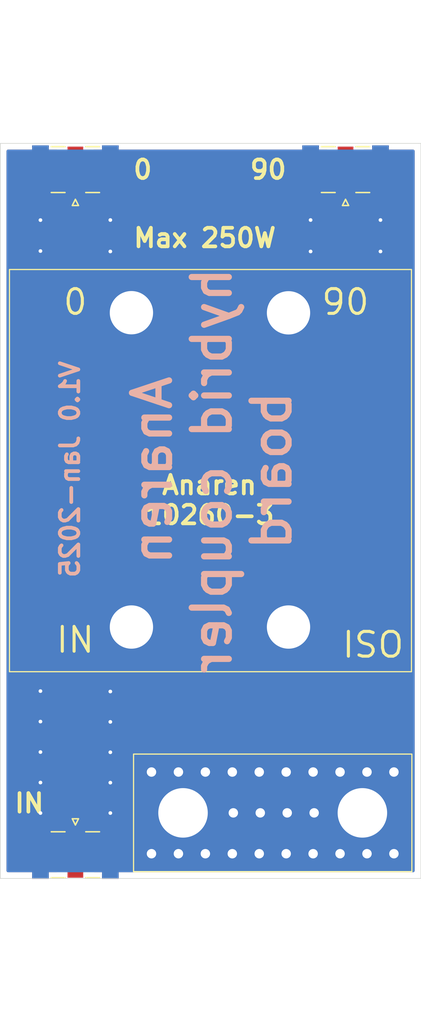
<source format=kicad_pcb>
(kicad_pcb (version 20240108) (generator "pcbnew") (generator_version "8.0")
  (layers (0 "F.Cu" signal) (31 "B.Cu" signal) (34 "B.Paste" user) (35 "F.Paste" user) (36 "B.SilkS" user "B.Silkscreen") (37 "F.SilkS" user "F.Silkscreen") (38 "B.Mask" user) (39 "F.Mask" user) (44 "Edge.Cuts" user))
  (net 0 "")
  (net 1 "GND")
  (net 2 "Net-(J0-In)")
  (net 3 "Net-(J90-In)")
  (net 4 "Net-(JIn1-In)")
  (net 5 "Net-(U1-ISO)")
  (footprint "Footprints:Anaren 10260-3" (layer "F.Cu") (at 148.7 101.6925)
    (property "Reference" "U1" (hide yes))
    (property "Value" "~" (hide yes))
    (fp_rect (start -17.16 -16.5) (end 15.34 16) (stroke (width 0.1)) (fill none) (layer "F.SilkS"))
    (fp_text user "IN" (at -13.528809 14.6 0) (layer "F.SilkS") (effects (font (size 2 2) (thickness 0.25)) (justify left bottom)))
    (fp_text user "0" (at -12.957381 -12.7 0) (layer "F.SilkS") (effects (font (size 2 2) (thickness 0.25)) (justify left bottom)))
    (fp_text user "ISO" (at 9.6 15 0) (layer "F.SilkS") (effects (font (size 2 2) (thickness 0.25)) (justify left bottom)))
    (fp_text user "90" (at 7.930238 -12.7 0) (layer "F.SilkS") (effects (font (size 2 2) (thickness 0.25)) (justify left bottom)))
    (pad "1" smd rect (at -11.86 -19 270) (size 3 3) (layers "F.Cu" "F.Paste" "F.Mask") (net 2 "Net-(J0-In)"))
    (pad "2" smd rect (at 9.96 -19 270) (size 3 3) (layers "F.Cu" "F.Paste" "F.Mask") (net 3 "Net-(J90-In)"))
    (pad "3" smd rect (at -11.86 18.5 270) (size 3 3) (layers "F.Cu" "F.Paste" "F.Mask") (net 4 "Net-(JIn1-In)"))
    (pad "4" smd rect (at 10 18.5 270) (size 3 3) (layers "F.Cu" "F.Paste" "F.Mask") (net 5 "Net-(U1-ISO)"))
    (pad "5" thru_hole circle (at -7.3 -13.01) (size 5 5) (drill 3.5) (layers "*.Cu" "*.Mask") (net 1 "GND"))
    (pad "5" thru_hole circle (at -7.3 12.39) (size 5 5) (drill 3.5) (layers "*.Cu" "*.Mask") (net 1 "GND"))
    (pad "5" thru_hole circle (at 5.4 -13) (size 5 5) (drill 3.5) (layers "*.Cu" "*.Mask") (net 1 "GND"))
    (pad "5" thru_hole circle (at 5.4 12.39) (size 5 5) (drill 3.5) (layers "*.Cu" "*.Mask") (net 1 "GND"))
  )
  (footprint "Connector_Coaxial:SMA_Samtec_SMA-J-P-X-ST-EM1_EdgeMount" (layer "F.Cu") (at 136.87 132.3375)
    (property "Reference" "JIn1" (hide yes))
    (property "Value" "~")
    (fp_line (start -1.95 -1.71) (end -0.84 -1.71) (stroke (width 0.12)) (layer "F.SilkS"))
    (fp_line (start -1.95 2) (end -0.84 2) (stroke (width 0.12)) (layer "F.SilkS"))
    (fp_line (start -0.25 -2.76) (end 0 -2.26) (stroke (width 0.12)) (layer "F.SilkS"))
    (fp_line (start 0 -2.26) (end 0.25 -2.76) (stroke (width 0.12)) (layer "F.SilkS"))
    (fp_line (start 0.25 -2.76) (end -0.25 -2.76) (stroke (width 0.12)) (layer "F.SilkS"))
    (fp_line (start 0.84 -1.71) (end 1.95 -1.71) (stroke (width 0.12)) (layer "F.SilkS"))
    (fp_line (start 0.84 2) (end 1.95 2) (stroke (width 0.12)) (layer "F.SilkS"))
    (pad "1" smd rect (at 0 0.2) (size 1.27 3.6) (layers "F.Cu" "F.Paste" "F.Mask") (net 4 "Net-(JIn1-In)"))
    (pad "2" smd rect (at -2.825 0) (size 1.35 4.2) (layers "F.Cu" "F.Paste" "F.Mask") (net 1 "GND"))
    (pad "2" smd rect (at -2.825 0) (size 1.35 4.2) (layers "B.Cu" "B.Paste" "B.Mask") (net 1 "GND"))
    (pad "2" smd rect (at 2.825 0) (size 1.35 4.2) (layers "F.Cu" "F.Paste" "F.Mask") (net 1 "GND"))
    (pad "2" smd rect (at 2.825 0) (size 1.35 4.2) (layers "B.Cu" "B.Paste" "B.Mask") (net 1 "GND"))
  )
  (footprint "Footprints:G150N" (layer "F.Cu") (at 152.822223 129.65)
    (property "Reference" "R1" (hide yes))
    (property "Value" "G150N" (hide yes))
    (fp_rect (start -11.25 -5.3) (end 11.25 4.2) (stroke (width 0.1)) (fill none) (layer "F.SilkS"))
    (pad "1" smd rect (at 0 -8 270) (size 3 3) (layers "F.Cu" "F.Paste" "F.Mask") (net 5 "Net-(U1-ISO)"))
    (pad "2" thru_hole circle (at -9.8 -3.85) (size 1.524 1.524) (drill 0.762) (layers "*.Cu" "*.Mask") (net 1 "GND"))
    (pad "2" thru_hole circle (at -9.8 2.75) (size 1.524 1.524) (drill 0.762) (layers "*.Cu" "*.Mask") (net 1 "GND"))
    (pad "2" thru_hole circle (at -7.622223 -3.85) (size 1.524 1.524) (drill 0.762) (layers "*.Cu" "*.Mask") (net 1 "GND"))
    (pad "2" thru_hole circle (at -7.622223 2.75) (size 1.524 1.524) (drill 0.762) (layers "*.Cu" "*.Mask") (net 1 "GND"))
    (pad "2" thru_hole circle (at -7.25 -0.55 270) (size 5 5) (drill 4) (layers "*.Cu" "*.Mask") (net 1 "GND"))
    (pad "2" thru_hole circle (at -5.444446 -3.85) (size 1.524 1.524) (drill 0.762) (layers "*.Cu" "*.Mask") (net 1 "GND"))
    (pad "2" thru_hole circle (at -5.444446 2.75) (size 1.524 1.524) (drill 0.762) (layers "*.Cu" "*.Mask") (net 1 "GND"))
    (pad "2" thru_hole circle (at -3.266669 -3.85) (size 1.524 1.524) (drill 0.762) (layers "*.Cu" "*.Mask") (net 1 "GND"))
    (pad "2" thru_hole circle (at -3.266669 2.75) (size 1.524 1.524) (drill 0.762) (layers "*.Cu" "*.Mask") (net 1 "GND"))
    (pad "2" thru_hole circle (at -3.183331 -0.55) (size 1.524 1.524) (drill 0.762) (layers "*.Cu" "*.Mask") (net 1 "GND"))
    (pad "2" thru_hole circle (at -1.088892 -3.85) (size 1.524 1.524) (drill 0.762) (layers "*.Cu" "*.Mask") (net 1 "GND"))
    (pad "2" thru_hole circle (at -1.088892 2.75) (size 1.524 1.524) (drill 0.762) (layers "*.Cu" "*.Mask") (net 1 "GND"))
    (pad "2" thru_hole circle (at -1.005554 -0.55) (size 1.524 1.524) (drill 0.762) (layers "*.Cu" "*.Mask") (net 1 "GND"))
    (pad "2" smd rect (at 0 -0.3 270) (size 8.9 22.249996) (layers "F.Cu" "F.Mask") (net 1 "GND"))
    (pad "2" smd rect (at 0 -0.3 270) (size 8.9 22.249996) (layers "B.Cu" "B.Mask") (net 1 "GND"))
    (pad "2" thru_hole circle (at 1.088885 -3.85) (size 1.524 1.524) (drill 0.762) (layers "*.Cu" "*.Mask") (net 1 "GND"))
    (pad "2" thru_hole circle (at 1.088885 2.75) (size 1.524 1.524) (drill 0.762) (layers "*.Cu" "*.Mask") (net 1 "GND"))
    (pad "2" thru_hole circle (at 1.172223 -0.55) (size 1.524 1.524) (drill 0.762) (layers "*.Cu" "*.Mask") (net 1 "GND"))
    (pad "2" thru_hole circle (at 3.266662 -3.85) (size 1.524 1.524) (drill 0.762) (layers "*.Cu" "*.Mask") (net 1 "GND"))
    (pad "2" thru_hole circle (at 3.266662 2.75) (size 1.524 1.524) (drill 0.762) (layers "*.Cu" "*.Mask") (net 1 "GND"))
    (pad "2" thru_hole circle (at 3.35 -0.55) (size 1.524 1.524) (drill 0.762) (layers "*.Cu" "*.Mask") (net 1 "GND"))
    (pad "2" thru_hole circle (at 5.444439 -3.85) (size 1.524 1.524) (drill 0.762) (layers "*.Cu" "*.Mask") (net 1 "GND"))
    (pad "2" thru_hole circle (at 5.444439 2.75) (size 1.524 1.524) (drill 0.762) (layers "*.Cu" "*.Mask") (net 1 "GND"))
    (pad "2" thru_hole circle (at 7.25 -0.55 270) (size 5 5) (drill 4) (layers "*.Cu" "*.Mask") (net 1 "GND"))
    (pad "2" thru_hole circle (at 7.622216 -3.85) (size 1.524 1.524) (drill 0.762) (layers "*.Cu" "*.Mask") (net 1 "GND"))
    (pad "2" thru_hole circle (at 7.622216 2.75) (size 1.524 1.524) (drill 0.762) (layers "*.Cu" "*.Mask") (net 1 "GND"))
    (pad "2" thru_hole circle (at 9.8 -3.85) (size 1.524 1.524) (drill 0.762) (layers "*.Cu" "*.Mask") (net 1 "GND"))
    (pad "2" thru_hole circle (at 9.8 2.75) (size 1.524 1.524) (drill 0.762) (layers "*.Cu" "*.Mask") (net 1 "GND"))
  )
  (footprint "Connector_Coaxial:SMA_Samtec_SMA-J-P-X-ST-EM1_EdgeMount" (layer "F.Cu") (at 158.71 77.2625 180)
    (property "Reference" "J90" (hide yes))
    (property "Value" "~")
    (fp_line (start 0.84 2) (end 1.95 2) (stroke (width 0.12)) (layer "F.SilkS"))
    (fp_line (start 0.84 -1.71) (end 1.95 -1.71) (stroke (width 0.12)) (layer "F.SilkS"))
    (fp_line (start 0.25 -2.76) (end -0.25 -2.76) (stroke (width 0.12)) (layer "F.SilkS"))
    (fp_line (start 0 -2.26) (end 0.25 -2.76) (stroke (width 0.12)) (layer "F.SilkS"))
    (fp_line (start -0.25 -2.76) (end 0 -2.26) (stroke (width 0.12)) (layer "F.SilkS"))
    (fp_line (start -1.95 2) (end -0.84 2) (stroke (width 0.12)) (layer "F.SilkS"))
    (fp_line (start -1.95 -1.71) (end -0.84 -1.71) (stroke (width 0.12)) (layer "F.SilkS"))
    (pad "1" smd rect (at 0 0.2 180) (size 1.27 3.6) (layers "F.Cu" "F.Paste" "F.Mask") (net 3 "Net-(J90-In)"))
    (pad "2" smd rect (at -2.825 0 180) (size 1.35 4.2) (layers "F.Cu" "F.Paste" "F.Mask") (net 1 "GND"))
    (pad "2" smd rect (at -2.825 0 180) (size 1.35 4.2) (layers "B.Cu" "B.Paste" "B.Mask") (net 1 "GND"))
    (pad "2" smd rect (at 2.825 0 180) (size 1.35 4.2) (layers "F.Cu" "F.Paste" "F.Mask") (net 1 "GND"))
    (pad "2" smd rect (at 2.825 0 180) (size 1.35 4.2) (layers "B.Cu" "B.Paste" "B.Mask") (net 1 "GND"))
  )
  (footprint "Connector_Coaxial:SMA_Samtec_SMA-J-P-X-ST-EM1_EdgeMount" (layer "F.Cu") (at 136.87 77.2625 180)
    (property "Reference" "J0" (hide yes))
    (property "Value" "~")
    (fp_line (start 0.84 2) (end 1.95 2) (stroke (width 0.12)) (layer "F.SilkS"))
    (fp_line (start 0.84 -1.71) (end 1.95 -1.71) (stroke (width 0.12)) (layer "F.SilkS"))
    (fp_line (start 0.25 -2.76) (end -0.25 -2.76) (stroke (width 0.12)) (layer "F.SilkS"))
    (fp_line (start 0 -2.26) (end 0.25 -2.76) (stroke (width 0.12)) (layer "F.SilkS"))
    (fp_line (start -0.25 -2.76) (end 0 -2.26) (stroke (width 0.12)) (layer "F.SilkS"))
    (fp_line (start -1.95 2) (end -0.84 2) (stroke (width 0.12)) (layer "F.SilkS"))
    (fp_line (start -1.95 -1.71) (end -0.84 -1.71) (stroke (width 0.12)) (layer "F.SilkS"))
    (pad "1" smd rect (at 0 0.2 180) (size 1.27 3.6) (layers "F.Cu" "F.Paste" "F.Mask") (net 2 "Net-(J0-In)"))
    (pad "2" smd rect (at -2.825 0 180) (size 1.35 4.2) (layers "F.Cu" "F.Paste" "F.Mask") (net 1 "GND"))
    (pad "2" smd rect (at -2.825 0 180) (size 1.35 4.2) (layers "B.Cu" "B.Paste" "B.Mask") (net 1 "GND"))
    (pad "2" smd rect (at 2.825 0 180) (size 1.35 4.2) (layers "F.Cu" "F.Paste" "F.Mask") (net 1 "GND"))
    (pad "2" smd rect (at 2.825 0 180) (size 1.35 4.2) (layers "B.Cu" "B.Paste" "B.Mask") (net 1 "GND"))
  )
  (gr_rect (start 130.8 75) (end 164.8 134.4) (stroke (width 0.05)) (fill none) (layer "Edge.Cuts"))
  (gr_text "Anaren\nhybrid coupler\nboard" (at 154.497332 101.4425 90) (layer "B.SilkS") (effects (font (size 3 3) (thickness 0.5) (bold yes)) (justify bottom mirror)))
  (gr_text "V1.0 Jan-2025" (at 137.308 92.428216 90) (layer "B.SilkS") (effects (font (size 1.5 1.5) (thickness 0.3) (bold yes)) (justify left bottom mirror)))
  (gr_text "Anaren\n10260-3" (at 147.7 105.903458 0) (layer "F.SilkS") (effects (font (size 1.5 1.5) (thickness 0.3) (bold yes)) (justify bottom)))
  (gr_text "Max 250W" (at 141.418 83.52 0) (layer "F.SilkS") (effects (font (size 1.5 1.5) (thickness 0.3) (bold yes)) (justify left bottom)))
  (gr_text "0       90" (at 141.4 78 0) (layer "F.SilkS") (effects (font (size 1.5 1.5) (thickness 0.3) (bold yes)) (justify left bottom)))
  (gr_text "IN" (at 131.8 129.2 0) (layer "F.SilkS") (effects (font (size 1.5 1.5) (thickness 0.3) (bold yes)) (justify left bottom)))
  (via (at 134.045 124.1865) (size 0.6) (drill 0.3) (layers "F.Cu" "B.Cu") (net 1))
  (via (at 134.045 126.64975) (size 0.6) (drill 0.3) (layers "F.Cu" "B.Cu") (net 1))
  (via (at 139.695 83.73425) (size 0.6) (drill 0.3) (layers "F.Cu" "B.Cu") (net 1))
  (via (at 134.045 129.113) (size 0.6) (drill 0.3) (layers "F.Cu" "B.Cu") (net 1))
  (via (at 139.695 119.29425) (size 0.6) (drill 0.3) (layers "F.Cu" "B.Cu") (net 1))
  (via (at 139.695 129.113) (size 0.6) (drill 0.3) (layers "F.Cu" "B.Cu") (net 1))
  (via (at 161.535 83.73425) (size 0.6) (drill 0.3) (layers "F.Cu" "B.Cu") (net 1))
  (via (at 139.695 126.658311) (size 0.6) (drill 0.3) (layers "F.Cu" "B.Cu") (net 1))
  (via (at 134.045 119.26) (size 0.6) (drill 0.3) (layers "F.Cu" "B.Cu") (net 1))
  (via (at 134.045 121.72325) (size 0.6) (drill 0.3) (layers "F.Cu" "B.Cu") (net 1))
  (via (at 139.695 81.19425) (size 0.6) (drill 0.3) (layers "F.Cu" "B.Cu") (net 1))
  (via (at 139.695 121.748937) (size 0.6) (drill 0.3) (layers "F.Cu" "B.Cu") (net 1))
  (via (at 134.045 81.2) (size 0.6) (drill 0.3) (layers "F.Cu" "B.Cu") (net 1))
  (via (at 155.885 81.19425) (size 0.6) (drill 0.3) (layers "F.Cu" "B.Cu") (net 1))
  (via (at 134.045 83.7) (size 0.6) (drill 0.3) (layers "F.Cu" "B.Cu") (net 1))
  (via (at 139.695 124.203624) (size 0.6) (drill 0.3) (layers "F.Cu" "B.Cu") (net 1))
  (via (at 155.885 83.73425) (size 0.6) (drill 0.3) (layers "F.Cu" "B.Cu") (net 1))
  (via (at 161.535 81.19425) (size 0.6) (drill 0.3) (layers "F.Cu" "B.Cu") (net 1))
  (segment (start 136.87 77.0625) (end 136.87 83.1625) (width 2.1) (layer "F.Cu") (net 2))
  (segment (start 136.87 83.1625) (end 136.84 83.1925) (width 2.1) (layer "F.Cu") (net 2))
  (segment (start 158.71 83.1425) (end 158.66 83.1925) (width 2.1) (layer "F.Cu") (net 3))
  (segment (start 158.71 77.0625) (end 158.71 83.1425) (width 2.1) (layer "F.Cu") (net 3))
  (segment (start 136.84 119.6925) (end 136.87 119.7225) (width 2.1) (layer "F.Cu") (net 4))
  (segment (start 136.87 119.7225) (end 136.87 132.5375) (width 2.1) (layer "F.Cu") (net 4))
  (segment (start 158.66 119.6925) (end 156.6815 121.671) (width 2.1) (layer "F.Cu") (net 5))
  (segment (start 156.6815 121.671) (end 152.843223 121.671) (width 2.1) (layer "F.Cu") (net 5))
  (segment (start 152.843223 121.671) (end 152.822223 121.65) (width 2.1) (layer "F.Cu") (net 5))
  (zone (net 1) (net_name "GND") (layers "F&B.Cu") (connect_pads yes (clearance 0.75)) (min_thickness 0.25) (fill yes (thermal_gap 0.5) (thermal_bridge_width 0.5))
    (polygon (pts (xy 130.8 75) (xy 164.8 75) (xy 164.8 134.4) (xy 130.8 134.4)))
  )
)
</source>
